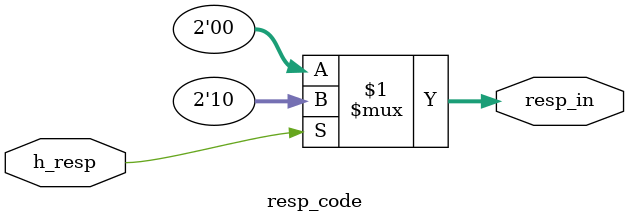
<source format=sv>
module resp_code(
    input logic h_resp,
    output logic[1:0] resp_in
);
    assign resp_in = h_resp ? 2'b10 : 2'b00;
endmodule

</source>
